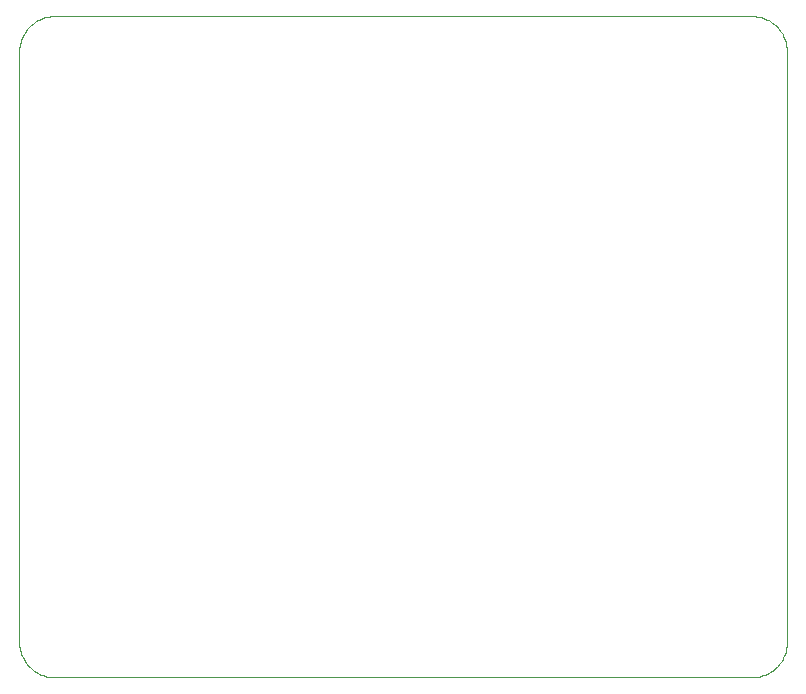
<source format=gko>
G75*
%MOIN*%
%OFA0B0*%
%FSLAX24Y24*%
%IPPOS*%
%LPD*%
%AMOC8*
5,1,8,0,0,1.08239X$1,22.5*
%
%ADD10C,0.0000*%
D10*
X001734Y001861D02*
X001734Y021546D01*
X001735Y021546D02*
X001737Y021612D01*
X001742Y021678D01*
X001752Y021744D01*
X001765Y021809D01*
X001781Y021873D01*
X001801Y021936D01*
X001825Y021998D01*
X001852Y022058D01*
X001882Y022117D01*
X001916Y022174D01*
X001953Y022229D01*
X001993Y022282D01*
X002035Y022333D01*
X002081Y022381D01*
X002129Y022427D01*
X002180Y022469D01*
X002233Y022509D01*
X002288Y022546D01*
X002345Y022580D01*
X002404Y022610D01*
X002464Y022637D01*
X002526Y022661D01*
X002589Y022681D01*
X002653Y022697D01*
X002718Y022710D01*
X002784Y022720D01*
X002850Y022725D01*
X002916Y022727D01*
X026144Y022727D01*
X026210Y022725D01*
X026276Y022720D01*
X026342Y022710D01*
X026407Y022697D01*
X026471Y022681D01*
X026534Y022661D01*
X026596Y022637D01*
X026656Y022610D01*
X026715Y022580D01*
X026772Y022546D01*
X026827Y022509D01*
X026880Y022469D01*
X026931Y022427D01*
X026979Y022381D01*
X027025Y022333D01*
X027067Y022282D01*
X027107Y022229D01*
X027144Y022174D01*
X027178Y022117D01*
X027208Y022058D01*
X027235Y021998D01*
X027259Y021936D01*
X027279Y021873D01*
X027295Y021809D01*
X027308Y021744D01*
X027318Y021678D01*
X027323Y021612D01*
X027325Y021546D01*
X027325Y001861D01*
X027323Y001795D01*
X027318Y001729D01*
X027308Y001663D01*
X027295Y001598D01*
X027279Y001534D01*
X027259Y001471D01*
X027235Y001409D01*
X027208Y001349D01*
X027178Y001290D01*
X027144Y001233D01*
X027107Y001178D01*
X027067Y001125D01*
X027025Y001074D01*
X026979Y001026D01*
X026931Y000980D01*
X026880Y000938D01*
X026827Y000898D01*
X026772Y000861D01*
X026715Y000827D01*
X026656Y000797D01*
X026596Y000770D01*
X026534Y000746D01*
X026471Y000726D01*
X026407Y000710D01*
X026342Y000697D01*
X026276Y000687D01*
X026210Y000682D01*
X026144Y000680D01*
X002916Y000680D01*
X002850Y000682D01*
X002784Y000687D01*
X002718Y000697D01*
X002653Y000710D01*
X002589Y000726D01*
X002526Y000746D01*
X002464Y000770D01*
X002404Y000797D01*
X002345Y000827D01*
X002288Y000861D01*
X002233Y000898D01*
X002180Y000938D01*
X002129Y000980D01*
X002081Y001026D01*
X002035Y001074D01*
X001993Y001125D01*
X001953Y001178D01*
X001916Y001233D01*
X001882Y001290D01*
X001852Y001349D01*
X001825Y001409D01*
X001801Y001471D01*
X001781Y001534D01*
X001765Y001598D01*
X001752Y001663D01*
X001742Y001729D01*
X001737Y001795D01*
X001735Y001861D01*
M02*

</source>
